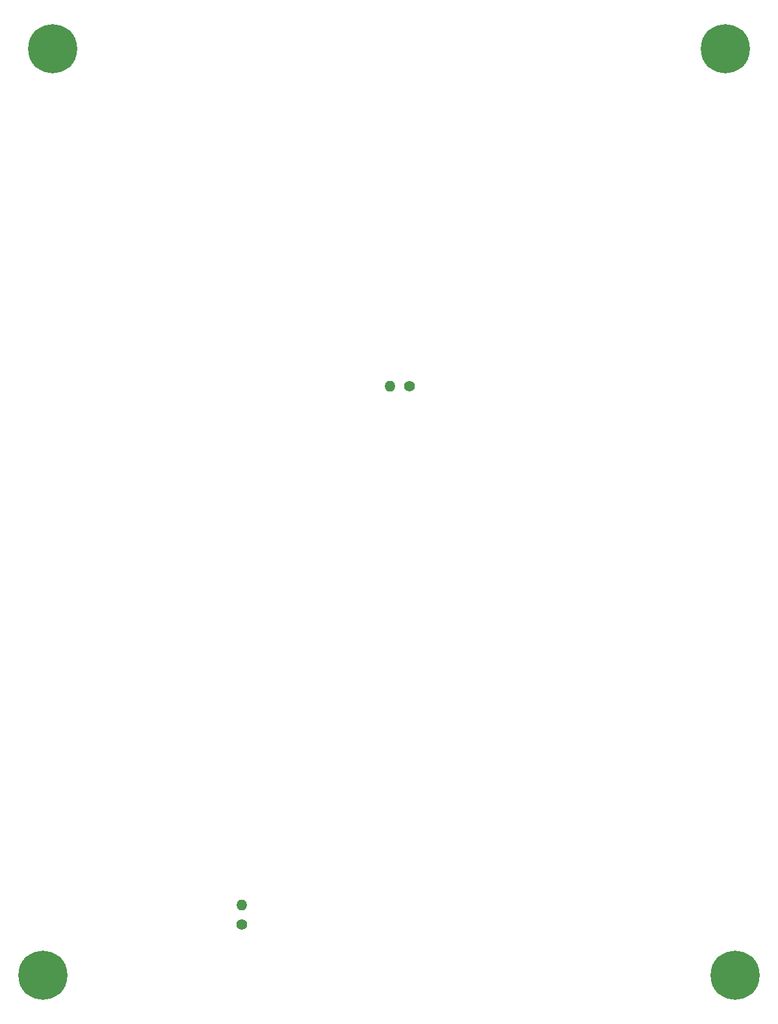
<source format=gbr>
%TF.GenerationSoftware,KiCad,Pcbnew,(5.1.9)-1*%
%TF.CreationDate,2021-05-10T20:34:24-02:30*%
%TF.ProjectId,beverageWarmer1,62657665-7261-4676-9557-61726d657231,rev?*%
%TF.SameCoordinates,Original*%
%TF.FileFunction,Soldermask,Bot*%
%TF.FilePolarity,Negative*%
%FSLAX46Y46*%
G04 Gerber Fmt 4.6, Leading zero omitted, Abs format (unit mm)*
G04 Created by KiCad (PCBNEW (5.1.9)-1) date 2021-05-10 20:34:24*
%MOMM*%
%LPD*%
G01*
G04 APERTURE LIST*
%ADD10C,0.800000*%
%ADD11C,6.400000*%
%ADD12O,1.400000X1.400000*%
%ADD13C,1.400000*%
G04 APERTURE END LIST*
D10*
%TO.C,REF\u002A\u002A*%
X185847056Y-150702944D03*
X184150000Y-150000000D03*
X182452944Y-150702944D03*
X181750000Y-152400000D03*
X182452944Y-154097056D03*
X184150000Y-154800000D03*
X185847056Y-154097056D03*
X186550000Y-152400000D03*
D11*
X184150000Y-152400000D03*
%TD*%
D10*
%TO.C,REF\u002A\u002A*%
X95677056Y-150702944D03*
X93980000Y-150000000D03*
X92282944Y-150702944D03*
X91580000Y-152400000D03*
X92282944Y-154097056D03*
X93980000Y-154800000D03*
X95677056Y-154097056D03*
X96380000Y-152400000D03*
D11*
X93980000Y-152400000D03*
%TD*%
%TO.C,REF\u002A\u002A*%
X95250000Y-31750000D03*
D10*
X97650000Y-31750000D03*
X96947056Y-33447056D03*
X95250000Y-34150000D03*
X93552944Y-33447056D03*
X92850000Y-31750000D03*
X93552944Y-30052944D03*
X95250000Y-29350000D03*
X96947056Y-30052944D03*
%TD*%
%TO.C,REF\u002A\u002A*%
X184577056Y-30052944D03*
X182880000Y-29350000D03*
X181182944Y-30052944D03*
X180480000Y-31750000D03*
X181182944Y-33447056D03*
X182880000Y-34150000D03*
X184577056Y-33447056D03*
X185280000Y-31750000D03*
D11*
X182880000Y-31750000D03*
%TD*%
D12*
%TO.C,TH401*%
X119888000Y-143256000D03*
D13*
X119888000Y-145796000D03*
%TD*%
D12*
%TO.C,TH400*%
X139192000Y-75692000D03*
D13*
X141732000Y-75692000D03*
%TD*%
M02*

</source>
